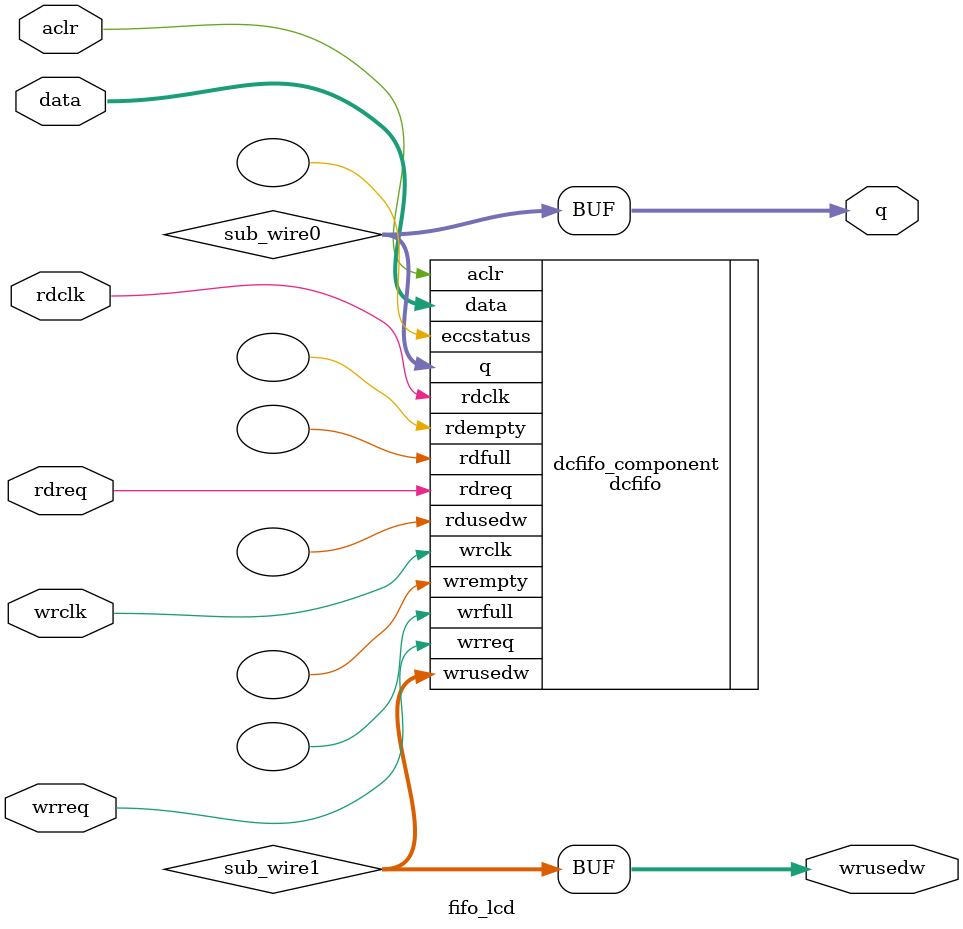
<source format=v>
module fifo_lcd (
	aclr,
	data,
	rdclk,
	rdreq,
	wrclk,
	wrreq,
	q,
	wrusedw);
	input	  aclr;
	input	[15:0]  data;
	input	  rdclk;
	input	  rdreq;
	input	  wrclk;
	input	  wrreq;
	output	[15:0]  q;
	output	[8:0]  wrusedw;
`ifndef ALTERA_RESERVED_QIS
// synopsys translate_off
`endif
	tri0	  aclr;
`ifndef ALTERA_RESERVED_QIS
// synopsys translate_on
`endif
	wire [15:0] sub_wire0;
	wire [8:0] sub_wire1;
	wire [15:0] q = sub_wire0[15:0];
	wire [8:0] wrusedw = sub_wire1[8:0];
	dcfifo	dcfifo_component (
				.aclr (aclr),
				.data (data),
				.rdclk (rdclk),
				.rdreq (rdreq),
				.wrclk (wrclk),
				.wrreq (wrreq),
				.q (sub_wire0),
				.wrusedw (sub_wire1),
				.eccstatus (),
				.rdempty (),
				.rdfull (),
				.rdusedw (),
				.wrempty (),
				.wrfull ());
	defparam
		dcfifo_component.intended_device_family = "Cyclone V",
		dcfifo_component.lpm_numwords = 512,
		dcfifo_component.lpm_showahead = "OFF",
		dcfifo_component.lpm_type = "dcfifo",
		dcfifo_component.lpm_width = 16,
		dcfifo_component.lpm_widthu = 9,
		dcfifo_component.overflow_checking = "ON",
		dcfifo_component.rdsync_delaypipe = 5,
		dcfifo_component.read_aclr_synch = "OFF",
		dcfifo_component.underflow_checking = "ON",
		dcfifo_component.use_eab = "ON",
		dcfifo_component.write_aclr_synch = "OFF",
		dcfifo_component.wrsync_delaypipe = 5;
endmodule
</source>
